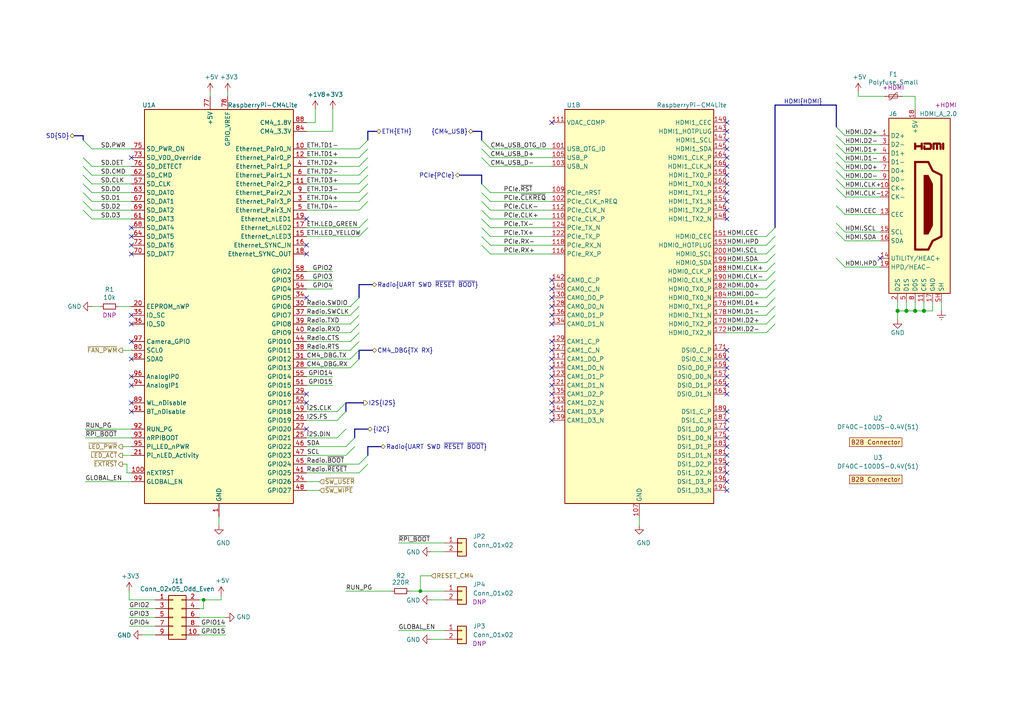
<source format=kicad_sch>
(kicad_sch (version 20210406) (generator eeschema)
  (paper "A4")
  (title_block (title "Compute Module 4") (date "2021-01-12") (rev "0.1") (company "Nabu Casa") (comment 1 "www.nabucasa.com") (comment 2 "Light Blue"))
  (bus_alias "HDMI" (members "D0+" "D0-" "D1+" "D1-" "D2+" "D2-" "CLK+" "CLK-" "CEC" "HPD" "SDA" "SCL"))
  (bus_alias "UART" (members "TXD" "RXD" "CTS" "RTS"))
  (bus_alias "SD" (members "D[0..3]" "CMD" "CLK" "PWR" "DET"))
  (bus_alias "PCIe" (members "~RST" "~CLKREQ" "CLK+" "CLK-" "TX+" "TX-" "RX+" "RX-"))
  (junction (at 59.055 173.99) (diameter 0.9144))
  (junction (at 121.92 171.45) (diameter 0.9144))
  (junction (at 260.35 90.17) (diameter 1.016))
  (junction (at 262.89 90.17) (diameter 1.016))
  (junction (at 265.43 90.17) (diameter 1.016))
  (junction (at 267.97 90.17) (diameter 1.016))
  (no_connect (at 38.1 45.72))
  (no_connect (at 38.1 66.04))
  (no_connect (at 38.1 68.58))
  (no_connect (at 38.1 71.12))
  (no_connect (at 38.1 73.66))
  (no_connect (at 38.1 91.44))
  (no_connect (at 38.1 93.98))
  (no_connect (at 38.1 99.06))
  (no_connect (at 38.1 104.14))
  (no_connect (at 38.1 109.22))
  (no_connect (at 38.1 111.76))
  (no_connect (at 38.1 116.84))
  (no_connect (at 38.1 119.38))
  (no_connect (at 88.9 63.5))
  (no_connect (at 88.9 71.12))
  (no_connect (at 88.9 73.66))
  (no_connect (at 88.9 86.36))
  (no_connect (at 88.9 114.3))
  (no_connect (at 88.9 116.84))
  (no_connect (at 88.9 124.46))
  (no_connect (at 160.02 35.56))
  (no_connect (at 160.02 81.28))
  (no_connect (at 160.02 83.82))
  (no_connect (at 160.02 86.36))
  (no_connect (at 160.02 88.9))
  (no_connect (at 160.02 91.44))
  (no_connect (at 160.02 93.98))
  (no_connect (at 160.02 99.06))
  (no_connect (at 160.02 101.6))
  (no_connect (at 160.02 104.14))
  (no_connect (at 160.02 106.68))
  (no_connect (at 160.02 109.22))
  (no_connect (at 160.02 111.76))
  (no_connect (at 160.02 114.3))
  (no_connect (at 160.02 116.84))
  (no_connect (at 160.02 119.38))
  (no_connect (at 160.02 121.92))
  (no_connect (at 210.82 35.56))
  (no_connect (at 210.82 38.1))
  (no_connect (at 210.82 40.64))
  (no_connect (at 210.82 43.18))
  (no_connect (at 210.82 45.72))
  (no_connect (at 210.82 48.26))
  (no_connect (at 210.82 50.8))
  (no_connect (at 210.82 53.34))
  (no_connect (at 210.82 55.88))
  (no_connect (at 210.82 58.42))
  (no_connect (at 210.82 60.96))
  (no_connect (at 210.82 63.5))
  (no_connect (at 210.82 101.6))
  (no_connect (at 210.82 104.14))
  (no_connect (at 210.82 106.68))
  (no_connect (at 210.82 109.22))
  (no_connect (at 210.82 111.76))
  (no_connect (at 210.82 114.3))
  (no_connect (at 210.82 119.38))
  (no_connect (at 210.82 121.92))
  (no_connect (at 210.82 124.46))
  (no_connect (at 210.82 127))
  (no_connect (at 210.82 129.54))
  (no_connect (at 210.82 132.08))
  (no_connect (at 210.82 134.62))
  (no_connect (at 210.82 137.16))
  (no_connect (at 210.82 139.7))
  (no_connect (at 210.82 142.24))
  (no_connect (at 255.27 74.93))
  (bus_entry (at 24.13 40.64) (size 2.54 2.54) (stroke (width 0.1524)))
  (bus_entry (at 24.13 45.72) (size 2.54 2.54) (stroke (width 0.1524)))
  (bus_entry (at 24.13 48.26) (size 2.54 2.54) (stroke (width 0.1524)))
  (bus_entry (at 24.13 50.8) (size 2.54 2.54) (stroke (width 0.1524)))
  (bus_entry (at 24.13 53.34) (size 2.54 2.54) (stroke (width 0.1524)))
  (bus_entry (at 24.13 55.88) (size 2.54 2.54) (stroke (width 0.1524)))
  (bus_entry (at 24.13 58.42) (size 2.54 2.54) (stroke (width 0.1524)))
  (bus_entry (at 24.13 60.96) (size 2.54 2.54) (stroke (width 0.1524)))
  (bus_entry (at 100.33 116.84) (size -2.54 2.54) (stroke (width 0.1524)))
  (bus_entry (at 100.33 119.38) (size -2.54 2.54) (stroke (width 0.1524)))
  (bus_entry (at 100.33 124.46) (size -2.54 2.54) (stroke (width 0.1524)))
  (bus_entry (at 102.87 127) (size -2.54 2.54) (stroke (width 0.1524)))
  (bus_entry (at 102.87 129.54) (size -2.54 2.54) (stroke (width 0.1524)))
  (bus_entry (at 104.14 43.18) (size 2.54 -2.54) (stroke (width 0.1524)))
  (bus_entry (at 104.14 45.72) (size 2.54 -2.54) (stroke (width 0.1524)))
  (bus_entry (at 104.14 48.26) (size 2.54 -2.54) (stroke (width 0.1524)))
  (bus_entry (at 104.14 50.8) (size 2.54 -2.54) (stroke (width 0.1524)))
  (bus_entry (at 104.14 53.34) (size 2.54 -2.54) (stroke (width 0.1524)))
  (bus_entry (at 104.14 55.88) (size 2.54 -2.54) (stroke (width 0.1524)))
  (bus_entry (at 104.14 58.42) (size 2.54 -2.54) (stroke (width 0.1524)))
  (bus_entry (at 104.14 60.96) (size 2.54 -2.54) (stroke (width 0.1524)))
  (bus_entry (at 104.14 66.04) (size 2.54 -2.54) (stroke (width 0.1524)))
  (bus_entry (at 104.14 68.58) (size 2.54 -2.54) (stroke (width 0.1524)))
  (bus_entry (at 104.14 86.36) (size -2.54 2.54) (stroke (width 0.1524)))
  (bus_entry (at 104.14 88.9) (size -2.54 2.54) (stroke (width 0.1524)))
  (bus_entry (at 104.14 91.44) (size -2.54 2.54) (stroke (width 0.1524)))
  (bus_entry (at 104.14 93.98) (size -2.54 2.54) (stroke (width 0.1524)))
  (bus_entry (at 104.14 96.52) (size -2.54 2.54) (stroke (width 0.1524)))
  (bus_entry (at 104.14 99.06) (size -2.54 2.54) (stroke (width 0.1524)))
  (bus_entry (at 104.14 101.6) (size -2.54 2.54) (stroke (width 0.1524)))
  (bus_entry (at 104.14 104.14) (size -2.54 2.54) (stroke (width 0.1524)))
  (bus_entry (at 106.68 132.08) (size -2.54 2.54) (stroke (width 0.1524)))
  (bus_entry (at 106.68 134.62) (size -2.54 2.54) (stroke (width 0.1524)))
  (bus_entry (at 139.7 40.64) (size 2.54 2.54) (stroke (width 0.1524)))
  (bus_entry (at 139.7 43.18) (size 2.54 2.54) (stroke (width 0.1524)))
  (bus_entry (at 139.7 45.72) (size 2.54 2.54) (stroke (width 0.1524)))
  (bus_entry (at 139.7 53.34) (size 2.54 2.54) (stroke (width 0.1524)))
  (bus_entry (at 139.7 55.88) (size 2.54 2.54) (stroke (width 0.1524)))
  (bus_entry (at 139.7 58.42) (size 2.54 2.54) (stroke (width 0.1524)))
  (bus_entry (at 139.7 60.96) (size 2.54 2.54) (stroke (width 0.1524)))
  (bus_entry (at 139.7 63.5) (size 2.54 2.54) (stroke (width 0.1524)))
  (bus_entry (at 139.7 66.04) (size 2.54 2.54) (stroke (width 0.1524)))
  (bus_entry (at 139.7 68.58) (size 2.54 2.54) (stroke (width 0.1524)))
  (bus_entry (at 139.7 71.12) (size 2.54 2.54) (stroke (width 0.1524)))
  (bus_entry (at 224.79 66.04) (size -2.54 2.54) (stroke (width 0.1524)))
  (bus_entry (at 224.79 68.58) (size -2.54 2.54) (stroke (width 0.1524)))
  (bus_entry (at 224.79 71.12) (size -2.54 2.54) (stroke (width 0.1524)))
  (bus_entry (at 224.79 73.66) (size -2.54 2.54) (stroke (width 0.1524)))
  (bus_entry (at 224.79 76.2) (size -2.54 2.54) (stroke (width 0.1524)))
  (bus_entry (at 224.79 78.74) (size -2.54 2.54) (stroke (width 0.1524)))
  (bus_entry (at 224.79 81.28) (size -2.54 2.54) (stroke (width 0.1524)))
  (bus_entry (at 224.79 83.82) (size -2.54 2.54) (stroke (width 0.1524)))
  (bus_entry (at 224.79 86.36) (size -2.54 2.54) (stroke (width 0.1524)))
  (bus_entry (at 224.79 88.9) (size -2.54 2.54) (stroke (width 0.1524)))
  (bus_entry (at 224.79 91.44) (size -2.54 2.54) (stroke (width 0.1524)))
  (bus_entry (at 224.79 93.98) (size -2.54 2.54) (stroke (width 0.1524)))
  (bus_entry (at 242.57 36.83) (size 2.54 2.54) (stroke (width 0.1524)))
  (bus_entry (at 242.57 39.37) (size 2.54 2.54) (stroke (width 0.1524)))
  (bus_entry (at 242.57 41.91) (size 2.54 2.54) (stroke (width 0.1524)))
  (bus_entry (at 242.57 44.45) (size 2.54 2.54) (stroke (width 0.1524)))
  (bus_entry (at 242.57 46.99) (size 2.54 2.54) (stroke (width 0.1524)))
  (bus_entry (at 242.57 49.53) (size 2.54 2.54) (stroke (width 0.1524)))
  (bus_entry (at 242.57 52.07) (size 2.54 2.54) (stroke (width 0.1524)))
  (bus_entry (at 242.57 54.61) (size 2.54 2.54) (stroke (width 0.1524)))
  (bus_entry (at 242.57 59.69) (size 2.54 2.54) (stroke (width 0.1524)))
  (bus_entry (at 242.57 64.77) (size 2.54 2.54) (stroke (width 0.1524)))
  (bus_entry (at 242.57 67.31) (size 2.54 2.54) (stroke (width 0.1524)))
  (bus_entry (at 242.57 74.93) (size 2.54 2.54) (stroke (width 0.1524)))
  (wire (pts (xy 24.765 124.46) (xy 38.1 124.46)))
  (wire (pts (xy 24.765 127) (xy 38.1 127)))
  (wire (pts (xy 24.765 139.7) (xy 38.1 139.7)))
  (wire (pts (xy 26.67 43.18) (xy 38.1 43.18)))
  (wire (pts (xy 26.67 48.26) (xy 38.1 48.26)))
  (wire (pts (xy 26.67 50.8) (xy 38.1 50.8)))
  (wire (pts (xy 26.67 53.34) (xy 38.1 53.34)))
  (wire (pts (xy 26.67 55.88) (xy 38.1 55.88)))
  (wire (pts (xy 26.67 58.42) (xy 38.1 58.42)))
  (wire (pts (xy 26.67 60.96) (xy 38.1 60.96)))
  (wire (pts (xy 26.67 63.5) (xy 38.1 63.5)))
  (wire (pts (xy 26.67 88.9) (xy 29.21 88.9)))
  (wire (pts (xy 34.29 88.9) (xy 38.1 88.9)))
  (wire (pts (xy 35.56 101.6) (xy 38.1 101.6)))
  (wire (pts (xy 35.56 129.54) (xy 38.1 129.54)))
  (wire (pts (xy 35.56 132.08) (xy 38.1 132.08)))
  (wire (pts (xy 36.83 134.62) (xy 35.56 134.62)))
  (wire (pts (xy 36.83 137.16) (xy 36.83 134.62)))
  (wire (pts (xy 37.465 173.99) (xy 37.465 171.45)))
  (wire (pts (xy 37.465 176.53) (xy 45.085 176.53)))
  (wire (pts (xy 37.465 179.07) (xy 45.085 179.07)))
  (wire (pts (xy 37.465 181.61) (xy 45.085 181.61)))
  (wire (pts (xy 38.1 137.16) (xy 36.83 137.16)))
  (wire (pts (xy 41.275 184.15) (xy 45.085 184.15)))
  (wire (pts (xy 45.085 173.99) (xy 37.465 173.99)))
  (wire (pts (xy 57.785 173.99) (xy 59.055 173.99)))
  (wire (pts (xy 57.785 176.53) (xy 59.055 176.53)))
  (wire (pts (xy 57.785 179.07) (xy 65.405 179.07)))
  (wire (pts (xy 57.785 181.61) (xy 65.405 181.61)))
  (wire (pts (xy 57.785 184.15) (xy 65.405 184.15)))
  (wire (pts (xy 59.055 173.99) (xy 64.135 173.99)))
  (wire (pts (xy 59.055 176.53) (xy 59.055 173.99)))
  (wire (pts (xy 60.96 26.67) (xy 60.96 27.94)))
  (wire (pts (xy 63.5 149.86) (xy 63.5 152.4)))
  (wire (pts (xy 64.135 173.99) (xy 64.135 172.72)))
  (wire (pts (xy 66.04 26.67) (xy 66.04 27.94)))
  (wire (pts (xy 88.9 35.56) (xy 91.44 35.56)))
  (wire (pts (xy 88.9 38.1) (xy 96.52 38.1)))
  (wire (pts (xy 88.9 43.18) (xy 104.14 43.18)))
  (wire (pts (xy 88.9 45.72) (xy 104.14 45.72)))
  (wire (pts (xy 88.9 48.26) (xy 104.14 48.26)))
  (wire (pts (xy 88.9 50.8) (xy 104.14 50.8)))
  (wire (pts (xy 88.9 53.34) (xy 104.14 53.34)))
  (wire (pts (xy 88.9 55.88) (xy 104.14 55.88)))
  (wire (pts (xy 88.9 58.42) (xy 104.14 58.42)))
  (wire (pts (xy 88.9 60.96) (xy 104.14 60.96)))
  (wire (pts (xy 88.9 66.04) (xy 104.14 66.04)))
  (wire (pts (xy 88.9 68.58) (xy 104.14 68.58)))
  (wire (pts (xy 88.9 88.9) (xy 101.6 88.9)))
  (wire (pts (xy 88.9 91.44) (xy 101.6 91.44)))
  (wire (pts (xy 88.9 93.98) (xy 101.6 93.98)))
  (wire (pts (xy 88.9 96.52) (xy 101.6 96.52)))
  (wire (pts (xy 88.9 99.06) (xy 101.6 99.06)))
  (wire (pts (xy 88.9 101.6) (xy 101.6 101.6)))
  (wire (pts (xy 88.9 104.14) (xy 101.6 104.14)))
  (wire (pts (xy 88.9 106.68) (xy 101.6 106.68)))
  (wire (pts (xy 88.9 109.22) (xy 96.52 109.22)))
  (wire (pts (xy 88.9 111.76) (xy 96.52 111.76)))
  (wire (pts (xy 88.9 119.38) (xy 97.79 119.38)))
  (wire (pts (xy 88.9 121.92) (xy 97.79 121.92)))
  (wire (pts (xy 88.9 127) (xy 97.79 127)))
  (wire (pts (xy 88.9 129.54) (xy 100.33 129.54)))
  (wire (pts (xy 88.9 132.08) (xy 100.33 132.08)))
  (wire (pts (xy 88.9 134.62) (xy 104.14 134.62)))
  (wire (pts (xy 88.9 137.16) (xy 104.14 137.16)))
  (wire (pts (xy 88.9 139.7) (xy 92.71 139.7)))
  (wire (pts (xy 88.9 142.24) (xy 92.71 142.24)))
  (wire (pts (xy 91.44 35.56) (xy 91.44 31.75)))
  (wire (pts (xy 96.52 38.1) (xy 96.52 31.75)))
  (wire (pts (xy 96.52 78.74) (xy 88.9 78.74)))
  (wire (pts (xy 96.52 81.28) (xy 88.9 81.28)))
  (wire (pts (xy 96.52 83.82) (xy 88.9 83.82)))
  (wire (pts (xy 100.33 171.45) (xy 113.665 171.45)))
  (wire (pts (xy 115.57 157.48) (xy 128.905 157.48)))
  (wire (pts (xy 115.57 182.88) (xy 128.905 182.88)))
  (wire (pts (xy 118.745 171.45) (xy 121.92 171.45)))
  (wire (pts (xy 121.92 167.005) (xy 121.92 171.45)))
  (wire (pts (xy 121.92 171.45) (xy 128.905 171.45)))
  (wire (pts (xy 125.095 160.02) (xy 128.905 160.02)))
  (wire (pts (xy 125.095 167.005) (xy 121.92 167.005)))
  (wire (pts (xy 125.095 173.99) (xy 128.905 173.99)))
  (wire (pts (xy 125.095 185.42) (xy 128.905 185.42)))
  (wire (pts (xy 142.24 43.18) (xy 160.02 43.18)))
  (wire (pts (xy 142.24 45.72) (xy 160.02 45.72)))
  (wire (pts (xy 142.24 48.26) (xy 160.02 48.26)))
  (wire (pts (xy 142.24 55.88) (xy 160.02 55.88)))
  (wire (pts (xy 142.24 58.42) (xy 160.02 58.42)))
  (wire (pts (xy 142.24 60.96) (xy 160.02 60.96)))
  (wire (pts (xy 142.24 63.5) (xy 160.02 63.5)))
  (wire (pts (xy 142.24 66.04) (xy 160.02 66.04)))
  (wire (pts (xy 142.24 68.58) (xy 160.02 68.58)))
  (wire (pts (xy 142.24 71.12) (xy 160.02 71.12)))
  (wire (pts (xy 142.24 73.66) (xy 160.02 73.66)))
  (wire (pts (xy 185.42 149.86) (xy 185.42 152.4)))
  (wire (pts (xy 210.82 68.58) (xy 222.25 68.58)))
  (wire (pts (xy 210.82 71.12) (xy 222.25 71.12)))
  (wire (pts (xy 210.82 73.66) (xy 222.25 73.66)))
  (wire (pts (xy 210.82 76.2) (xy 222.25 76.2)))
  (wire (pts (xy 210.82 78.74) (xy 222.25 78.74)))
  (wire (pts (xy 210.82 81.28) (xy 222.25 81.28)))
  (wire (pts (xy 210.82 83.82) (xy 222.25 83.82)))
  (wire (pts (xy 210.82 86.36) (xy 222.25 86.36)))
  (wire (pts (xy 210.82 88.9) (xy 222.25 88.9)))
  (wire (pts (xy 210.82 91.44) (xy 222.25 91.44)))
  (wire (pts (xy 210.82 93.98) (xy 222.25 93.98)))
  (wire (pts (xy 210.82 96.52) (xy 222.25 96.52)))
  (wire (pts (xy 245.11 39.37) (xy 255.27 39.37)))
  (wire (pts (xy 245.11 41.91) (xy 255.27 41.91)))
  (wire (pts (xy 245.11 44.45) (xy 255.27 44.45)))
  (wire (pts (xy 245.11 46.99) (xy 255.27 46.99)))
  (wire (pts (xy 245.11 49.53) (xy 255.27 49.53)))
  (wire (pts (xy 245.11 52.07) (xy 255.27 52.07)))
  (wire (pts (xy 245.11 54.61) (xy 255.27 54.61)))
  (wire (pts (xy 245.11 57.15) (xy 255.27 57.15)))
  (wire (pts (xy 245.11 62.23) (xy 255.27 62.23)))
  (wire (pts (xy 245.11 67.31) (xy 255.27 67.31)))
  (wire (pts (xy 245.11 69.85) (xy 255.27 69.85)))
  (wire (pts (xy 245.11 77.47) (xy 255.27 77.47)))
  (wire (pts (xy 248.92 27.94) (xy 248.92 26.67)))
  (wire (pts (xy 256.54 27.94) (xy 248.92 27.94)))
  (wire (pts (xy 260.35 87.63) (xy 260.35 90.17)))
  (wire (pts (xy 260.35 90.17) (xy 260.35 92.71)))
  (wire (pts (xy 260.35 90.17) (xy 262.89 90.17)))
  (wire (pts (xy 262.89 90.17) (xy 262.89 87.63)))
  (wire (pts (xy 262.89 90.17) (xy 265.43 90.17)))
  (wire (pts (xy 265.43 27.94) (xy 261.62 27.94)))
  (wire (pts (xy 265.43 31.75) (xy 265.43 27.94)))
  (wire (pts (xy 265.43 90.17) (xy 265.43 87.63)))
  (wire (pts (xy 265.43 90.17) (xy 267.97 90.17)))
  (wire (pts (xy 267.97 90.17) (xy 267.97 87.63)))
  (wire (pts (xy 267.97 90.17) (xy 270.51 90.17)))
  (wire (pts (xy 270.51 90.17) (xy 270.51 87.63)))
  (wire (pts (xy 273.05 90.17) (xy 273.05 87.63)))
  (bus (pts (xy 21.59 39.37) (xy 24.13 39.37)))
  (bus (pts (xy 24.13 39.37) (xy 24.13 60.96)))
  (bus (pts (xy 100.33 116.84) (xy 100.33 124.46)))
  (bus (pts (xy 102.87 124.46) (xy 102.87 129.54)))
  (bus (pts (xy 104.14 82.55) (xy 104.14 99.06)))
  (bus (pts (xy 104.14 101.6) (xy 107.95 101.6)))
  (bus (pts (xy 104.14 104.14) (xy 104.14 101.6)))
  (bus (pts (xy 105.41 116.84) (xy 100.33 116.84)))
  (bus (pts (xy 106.68 38.1) (xy 106.68 66.04)))
  (bus (pts (xy 106.68 38.1) (xy 109.22 38.1)))
  (bus (pts (xy 106.68 124.46) (xy 102.87 124.46)))
  (bus (pts (xy 106.68 129.54) (xy 106.68 134.62)))
  (bus (pts (xy 107.95 82.55) (xy 104.14 82.55)))
  (bus (pts (xy 110.49 129.54) (xy 106.68 129.54)))
  (bus (pts (xy 133.35 50.8) (xy 139.7 50.8)))
  (bus (pts (xy 137.16 38.1) (xy 139.7 38.1)))
  (bus (pts (xy 139.7 38.1) (xy 139.7 45.72)))
  (bus (pts (xy 139.7 50.8) (xy 139.7 71.12)))
  (bus (pts (xy 224.79 30.48) (xy 224.79 93.98)))
  (bus (pts (xy 242.57 30.48) (xy 224.79 30.48)))
  (bus (pts (xy 242.57 30.48) (xy 242.57 74.93)))
  (label "RUN_PG" (at 24.765 124.46 0))
  (label "~RPI_BOOT" (at 24.765 127 0))
  (label "GLOBAL_EN" (at 24.765 139.7 0))
  (label "SD.PWR" (at 29.21 43.18 0))
  (label "SD.DET" (at 29.21 48.26 0))
  (label "SD.CMD" (at 29.21 50.8 0))
  (label "SD.CLK" (at 29.21 53.34 0))
  (label "SD.D0" (at 29.21 55.88 0))
  (label "SD.D1" (at 29.21 58.42 0))
  (label "SD.D2" (at 29.21 60.96 0))
  (label "SD.D3" (at 29.21 63.5 0))
  (label "GPIO2" (at 37.465 176.53 0))
  (label "GPIO3" (at 37.465 179.07 0))
  (label "GPIO4" (at 37.465 181.61 0))
  (label "GPIO14" (at 65.405 181.61 180))
  (label "GPIO15" (at 65.405 184.15 180))
  (label "ETH.TD1-" (at 88.9 43.18 0))
  (label "ETH.TD1+" (at 88.9 45.72 0))
  (label "ETH.TD2+" (at 88.9 48.26 0))
  (label "ETH.TD2-" (at 88.9 50.8 0))
  (label "ETH.TD3+" (at 88.9 53.34 0))
  (label "ETH.TD3-" (at 88.9 55.88 0))
  (label "ETH.TD4+" (at 88.9 58.42 0))
  (label "ETH.TD4-" (at 88.9 60.96 0))
  (label "ETH.LED_GREEN" (at 88.9 66.04 0))
  (label "ETH.LED_YELLOW" (at 88.9 68.58 0))
  (label "Radio.SWDIO" (at 88.9 88.9 0))
  (label "Radio.SWCLK" (at 88.9 91.44 0))
  (label "Radio.TXD" (at 88.9 93.98 0))
  (label "Radio.RXD" (at 88.9 96.52 0))
  (label "Radio.CTS" (at 88.9 99.06 0))
  (label "Radio.RTS" (at 88.9 101.6 0))
  (label "CM4_DBG.TX" (at 88.9 104.14 0))
  (label "CM4_DBG.RX" (at 88.9 106.68 0))
  (label "I2S.CLK" (at 88.9 119.38 0))
  (label "I2S.FS" (at 88.9 121.92 0))
  (label "I2S.DIN" (at 88.9 127 0))
  (label "Radio.~BOOT" (at 88.9 134.62 0))
  (label "Radio.~RESET" (at 88.9 137.16 0))
  (label "SDA" (at 92.71 129.54 180))
  (label "SCL" (at 92.71 132.08 180))
  (label "GPIO2" (at 96.52 78.74 180))
  (label "GPIO3" (at 96.52 81.28 180))
  (label "GPIO4" (at 96.52 83.82 180))
  (label "GPIO14" (at 96.52 109.22 180))
  (label "GPIO15" (at 96.52 111.76 180))
  (label "RUN_PG" (at 100.33 171.45 0))
  (label "~RPI_BOOT" (at 115.57 157.48 0))
  (label "GLOBAL_EN" (at 115.57 182.88 0))
  (label "CM4_USB_OTG_ID" (at 142.24 43.18 0))
  (label "CM4_USB_D+" (at 142.24 45.72 0))
  (label "CM4_USB_D-" (at 142.24 48.26 0))
  (label "PCIe.~RST" (at 146.05 55.88 0))
  (label "PCIe.~CLKREQ" (at 146.05 58.42 0))
  (label "PCIe.CLK-" (at 146.05 60.96 0))
  (label "PCIe.CLK+" (at 146.05 63.5 0))
  (label "PCIe.TX-" (at 146.05 66.04 0))
  (label "PCIe.TX+" (at 146.05 68.58 0))
  (label "PCIe.RX-" (at 146.05 71.12 0))
  (label "PCIe.RX+" (at 146.05 73.66 0))
  (label "HDMI.CEC" (at 210.82 68.58 0))
  (label "HDMI.HPD" (at 210.82 71.12 0))
  (label "HDMI.SCL" (at 210.82 73.66 0))
  (label "HDMI.SDA" (at 210.82 76.2 0))
  (label "HDMI.CLK+" (at 210.82 78.74 0))
  (label "HDMI.CLK-" (at 210.82 81.28 0))
  (label "HDMI.D0+" (at 210.82 83.82 0))
  (label "HDMI.D0-" (at 210.82 86.36 0))
  (label "HDMI.D1+" (at 210.82 88.9 0))
  (label "HDMI.D1-" (at 210.82 91.44 0))
  (label "HDMI.D2+" (at 210.82 93.98 0))
  (label "HDMI.D2-" (at 210.82 96.52 0))
  (label "HDMI{HDMI}" (at 227.33 30.48 0))
  (label "HDMI.D2+" (at 245.11 39.37 0))
  (label "HDMI.D2-" (at 245.11 41.91 0))
  (label "HDMI.D1+" (at 245.11 44.45 0))
  (label "HDMI.D1-" (at 245.11 46.99 0))
  (label "HDMI.D0+" (at 245.11 49.53 0))
  (label "HDMI.D0-" (at 245.11 52.07 0))
  (label "HDMI.CLK+" (at 245.11 54.61 0))
  (label "HDMI.CLK-" (at 245.11 57.15 0))
  (label "HDMI.CEC" (at 245.11 62.23 0))
  (label "HDMI.SCL" (at 245.11 67.31 0))
  (label "HDMI.SDA" (at 245.11 69.85 0))
  (label "HDMI.HPD" (at 245.11 77.47 0))
  (hierarchical_label "SD{SD}" (shape bidirectional) (at 21.59 39.37 180))
  (hierarchical_label "~FAN_PWM" (shape output) (at 35.56 101.6 180))
  (hierarchical_label "~LED_PWR" (shape output) (at 35.56 129.54 180))
  (hierarchical_label "~LED_ACT" (shape output) (at 35.56 132.08 180))
  (hierarchical_label "~EXTRST" (shape output) (at 35.56 134.62 180))
  (hierarchical_label "~SW_USER" (shape input) (at 92.71 139.7 0))
  (hierarchical_label "~SW_WIPE" (shape input) (at 92.71 142.24 0))
  (hierarchical_label "I2S{I2S}" (shape output) (at 105.41 116.84 0))
  (hierarchical_label "{I2C}" (shape bidirectional) (at 106.68 124.46 0))
  (hierarchical_label "Radio{UART SWD ~RESET ~BOOT}" (shape bidirectional) (at 107.95 82.55 0))
  (hierarchical_label "CM4_DBG{TX RX}" (shape bidirectional) (at 107.95 101.6 0))
  (hierarchical_label "ETH{ETH}" (shape bidirectional) (at 109.22 38.1 0))
  (hierarchical_label "Radio{UART SWD ~RESET ~BOOT}" (shape bidirectional) (at 110.49 129.54 0))
  (hierarchical_label "RESET_CM4" (shape input) (at 125.095 167.005 0))
  (hierarchical_label "PCIe{PCIe}" (shape bidirectional) (at 133.35 50.8 180))
  (hierarchical_label "{CM4_USB}" (shape bidirectional) (at 137.16 38.1 180))
  (symbol (lib_id "power:+3V3") (at 37.465 171.45 0) (unit 1)
    (property "Reference" "#PWR02" (effects hide))
    (property "Value" "+3V3" (at 37.8333 167.1256 0))
  )
  (symbol (lib_id "power:+5V") (at 60.96 26.67 0) (unit 1)
    (property "Reference" "#PWR04" (effects hide))
    (property "Value" "+5V" (at 61.3283 22.3456 0))
  )
  (symbol (lib_id "power:+5V") (at 64.135 172.72 0) (unit 1)
    (property "Reference" "#PWR06" (effects hide))
    (property "Value" "+5V" (at 64.5033 168.3956 0))
  )
  (symbol (lib_id "power:+3V3") (at 66.04 26.67 0) (unit 1)
    (property "Reference" "#PWR08" (effects hide))
    (property "Value" "+3V3" (at 66.4083 22.3456 0))
  )
  (symbol (lib_id "power:+1V8") (at 91.44 31.75 0) (unit 1)
    (property "Reference" "#PWR09" (effects hide))
    (property "Value" "+1V8" (at 91.8083 27.4256 0))
  )
  (symbol (lib_id "power:+3V3") (at 96.52 31.75 0) (unit 1)
    (property "Reference" "#PWR010" (effects hide))
    (property "Value" "+3V3" (at 96.8883 27.4256 0))
  )
  (symbol (lib_id "power:+5V") (at 248.92 26.67 0) (unit 1)
    (property "Reference" "#PWR015" (effects hide))
    (property "Value" "+5V" (at 249.2883 22.3456 0))
  )
  (symbol (lib_id "power:GND") (at 26.67 88.9 270) (unit 1)
    (property "Reference" "#PWR01" (effects hide))
    (property "Value" "GND" (at 21.59 88.9 90))
  )
  (symbol (lib_id "power:GND") (at 41.275 184.15 270) (unit 1)
    (property "Reference" "#PWR03" (effects hide))
    (property "Value" "GND" (at 38.1 184.2643 90) (effects (justify right)))
  )
  (symbol (lib_id "power:GND") (at 63.5 152.4 0) (unit 1)
    (property "Reference" "#PWR05" (effects hide))
    (property "Value" "GND" (at 64.77 157.48 0))
  )
  (symbol (lib_id "power:GND") (at 65.405 179.07 90) (unit 1)
    (property "Reference" "#PWR07" (effects hide))
    (property "Value" "GND" (at 68.5801 178.9557 90) (effects (justify right)))
  )
  (symbol (lib_id "power:GND") (at 125.095 160.02 270) (unit 1)
    (property "Reference" "#PWR011" (effects hide))
    (property "Value" "GND" (at 121.92 160.1343 90) (effects (justify right)))
  )
  (symbol (lib_id "power:GND") (at 125.095 173.99 270) (unit 1)
    (property "Reference" "#PWR012" (effects hide))
    (property "Value" "GND" (at 121.92 174.1043 90) (effects (justify right)))
  )
  (symbol (lib_id "power:GND") (at 125.095 185.42 270) (unit 1)
    (property "Reference" "#PWR013" (effects hide))
    (property "Value" "GND" (at 121.92 185.5343 90) (effects (justify right)))
  )
  (symbol (lib_id "power:GND") (at 185.42 152.4 0) (unit 1)
    (property "Reference" "#PWR014" (effects hide))
    (property "Value" "GND" (at 186.69 157.48 0))
  )
  (symbol (lib_id "power:GND") (at 260.35 92.71 0) (unit 1)
    (property "Reference" "#PWR016" (effects hide))
    (property "Value" "GND" (at 260.35 96.52 0))
  )
  (symbol (lib_id "power:Earth") (at 273.05 90.17 0) (unit 1)
    (property "Reference" "#PWR017" (effects hide))
    (property "Value" "Earth" (effects hide))
  )
  (symbol (lib_id "Device:R_Small") (at 31.75 88.9 90) (unit 1)
    (property "Reference" "R1" (at 31.75 83.9532 90))
    (property "Value" "10k" (at 31.75 86.252 90))
    (property "Footprint" "Resistor_SMD:R_0402_1005Metric" (effects hide))
    (property "Config" "DNP" (at 31.75 91.44 90))
  )
  (symbol (lib_id "Device:R_Small") (at 116.205 171.45 90) (unit 1)
    (property "Reference" "R2" (at 116.205 167.005 90))
    (property "Value" "220R" (at 116.205 168.91 90))
    (property "Footprint" "Resistor_SMD:R_0402_1005Metric" (effects hide))
  )
  (symbol (lib_id "Device:Polyfuse_Small") (at 259.08 27.94 90) (unit 1)
    (property "Reference" "F1" (at 259.08 21.5708 90))
    (property "Value" "Polyfuse_Small" (at 259.08 23.8695 90))
    (property "Footprint" "Fuse:Fuse_1206_3216Metric" (effects hide))
    (property "Config" "+HDMI" (at 259.08 25.4 90))
    (property "Manufacturer" "Bel Fuse" (effects hide))
    (property "PartNumber" "0ZCJ0010FF2E" (effects hide))
  )
  (symbol (lib_id "Connector_Generic:Conn_01x02") (at 133.985 157.48 0) (unit 1)
    (property "Reference" "JP2" (at 137.16 155.5749 0) (effects (justify left)))
    (property "Value" "Conn_01x02" (at 137.16 158.1149 0) (effects (justify left)))
    (property "Footprint" "Connector_PinHeader_2.54mm:PinHeader_1x02_P2.54mm_Vertical" (effects hide))
    (property "Manufacturer" "Adam Tech" (effects hide))
    (property "PartNumber" "PH1-02-UA" (effects hide))
  )
  (symbol (lib_id "Connector_Generic:Conn_01x02") (at 133.985 171.45 0) (unit 1)
    (property "Reference" "JP4" (at 137.16 169.5449 0) (effects (justify left)))
    (property "Value" "Conn_01x02" (at 137.16 172.0849 0) (effects (justify left)))
    (property "Footprint" "Connector_PinHeader_2.54mm:PinHeader_1x02_P2.54mm_Vertical" (effects hide))
    (property "Config" "DNP" (at 139.065 174.625 0))
    (property "Manufacturer" "Adam Tech" (effects hide))
    (property "PartNumber" "PH1-02-UA" (effects hide))
  )
  (symbol (lib_id "Connector_Generic:Conn_01x02") (at 133.985 182.88 0) (unit 1)
    (property "Reference" "JP3" (at 137.16 181.6099 0) (effects (justify left)))
    (property "Value" "Conn_01x02" (at 137.16 184.1499 0) (effects (justify left)))
    (property "Footprint" "Connector_PinHeader_2.54mm:PinHeader_1x02_P2.54mm_Vertical" (effects hide))
    (property "Config" "DNP" (at 139.065 186.69 0))
    (property "Manufacturer" "Adam Tech" (effects hide))
    (property "PartNumber" "PH1-02-UA" (effects hide))
  )
  (symbol (lib_id "LightBlue:DF40C-100DS-0.4V(51)") (at 254 128.27 0) (unit 1) (on_board no)
    (property "Reference" "U2" (at 254.635 121.285 0))
    (property "Value" "DF40C-100DS-0.4V(51)" (at 254.635 123.825 0))
    (property "Datasheet" "https://www.hirose.com/product/download/?distributor=digikey&type=specSheet&lang=en&num=DF40C-100DS-0.4V(51)" (effects hide))
    (property "Manufacturer" "Hirose Electric" (effects hide))
    (property "PartNumber" "DF40C-100DS-0.4V(51)" (effects hide))
  )
  (symbol (lib_id "LightBlue:DF40C-100DS-0.4V(51)") (at 254 139.065 0) (unit 1) (on_board no)
    (property "Reference" "U3" (at 254.635 132.715 0))
    (property "Value" "DF40C-100DS-0.4V(51)" (at 254.635 135.255 0))
    (property "Datasheet" "https://www.hirose.com/product/download/?distributor=digikey&type=specSheet&lang=en&num=DF40C-100DS-0.4V(51)" (effects hide))
    (property "Manufacturer" "Hirose Electric" (effects hide))
    (property "PartNumber" "DF40C-100DS-0.4V(51)" (effects hide))
  )
  (symbol (lib_id "Connector_Generic:Conn_02x05_Odd_Even") (at 50.165 179.07 0) (unit 1)
    (property "Reference" "J11" (at 51.435 168.5098 0))
    (property "Value" "Conn_02x05_Odd_Even" (at 51.435 170.8085 0))
    (property "Footprint" "Connector_PinHeader_2.54mm:PinHeader_2x05_P2.54mm_Vertical" (effects hide))
    (property "Manufacturer" "Adam Tech" (effects hide))
    (property "PartNumber" "PH2-10-UA" (effects hide))
  )
  (symbol (lib_id "Connector:HDMI_A_1.4") (at 265.43 59.69 0) (unit 1)
    (property "Reference" "J6" (at 257.81 33.02 0) (effects (justify left)))
    (property "Value" "HDMI_A_2.0" (at 266.7 33.02 0) (effects (justify left)))
    (property "Footprint" "Connector_HDMI:HDMI_Micro-D_Molex_46765-1x01" (effects hide))
    (property "Datasheet" "https://en.wikipedia.org/wiki/HDMI" (effects hide))
    (property "Config" "+HDMI" (at 274.32 30.48 0))
    (property "Manufacturer" "Molex" (effects hide))
    (property "PartNumber" "0467651301" (effects hide))
  )
  (symbol (lib_name "LightBlue:RaspberryPi-CM4Lite_1") (lib_id "LightBlue:RaspberryPi-CM4Lite") (at 185.42 88.9 0) (unit 2)
    (property "Reference" "U1" (at 166.37 30.48 0))
    (property "Value" "RaspberryPi-CM4Lite" (at 200.66 30.48 0))
    (property "Footprint" "LightBlue:RaspberryPi-CM4" (effects hide))
    (property "Manufacturer" "Raspberry Pi Foundation" (effects hide))
    (property "PartNumber" "CM4002016" (effects hide))
  )
  (symbol (lib_id "LightBlue:RaspberryPi-CM4Lite") (at 63.5 88.9 0) (unit 1)
    (property "Reference" "U1" (at 43.18 30.48 0))
    (property "Value" "RaspberryPi-CM4Lite" (at 76.2 30.48 0))
    (property "Footprint" "LightBlue:RaspberryPi-CM4" (effects hide))
    (property "Datasheet" "https://datasheets.raspberrypi.org/cm4/cm4-datasheet.pdf" (effects hide))
    (property "Manufacturer" "Raspberry Pi Foundation" (effects hide))
    (property "PartNumber" "CM4002016" (effects hide))
    (pin "76" (alternate "SD_DETECT"))
  )
)
</source>
